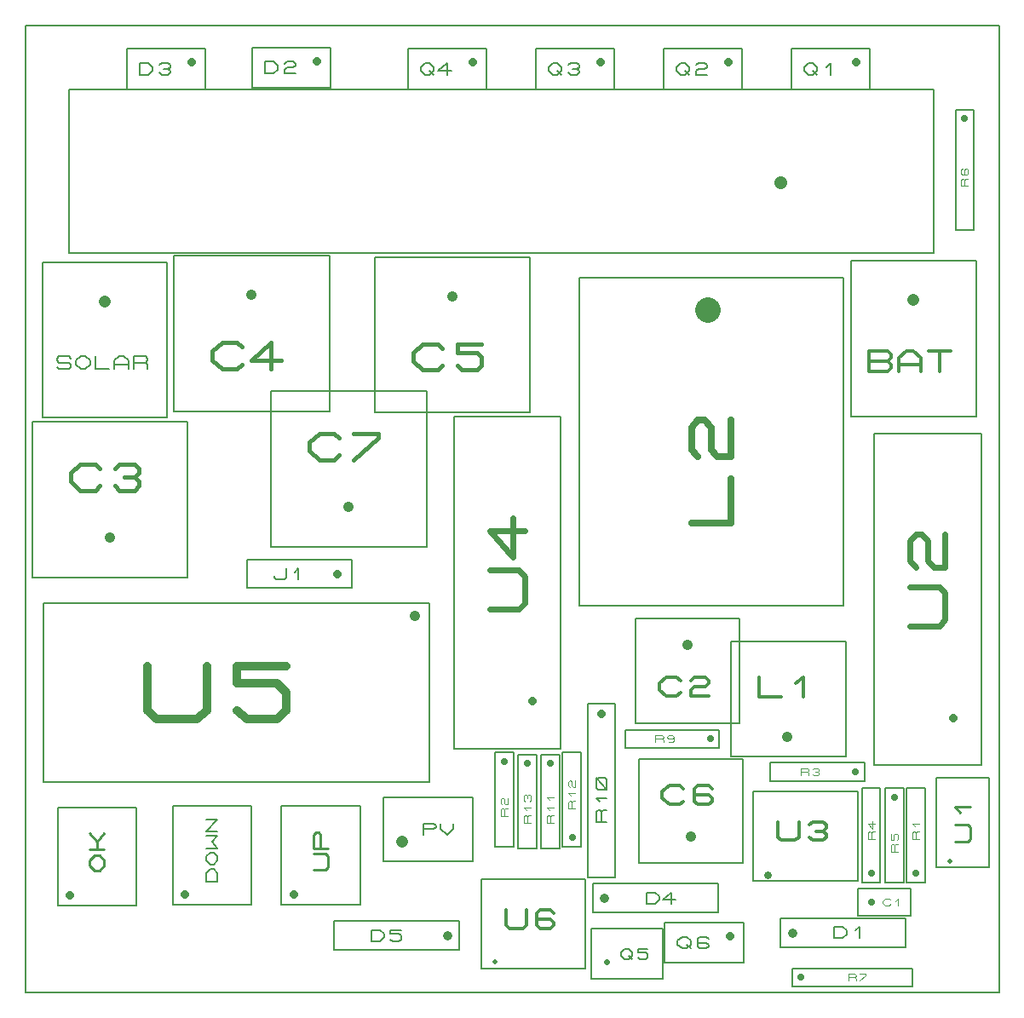
<source format=gbr>
G04 PROTEUS GERBER X2 FILE*
%TF.GenerationSoftware,Labcenter,Proteus,8.13-SP0-Build31525*%
%TF.CreationDate,2023-02-16T13:29:28+00:00*%
%TF.FileFunction,AssemblyDrawing,Top*%
%TF.FilePolarity,Positive*%
%TF.Part,Single*%
%TF.SameCoordinates,{1a083b5a-91e7-4c28-9893-6f2ba5a781e2}*%
%FSLAX45Y45*%
%MOMM*%
G01*
%TA.AperFunction,Material*%
%ADD72C,0.203200*%
%ADD43C,0.812800*%
%ADD44C,0.194730*%
%ADD45C,1.219200*%
%ADD46C,0.331210*%
%ADD47C,0.762000*%
%ADD48C,0.304120*%
%ADD49C,1.016000*%
%ADD50C,0.323080*%
%ADD51C,2.540000*%
%ADD52C,0.648540*%
%ADD53C,0.211610*%
%ADD54C,0.431460*%
%ADD55C,1.300480*%
%TA.AperFunction,Profile*%
%ADD28C,0.203200*%
%TA.AperFunction,Material*%
%ADD56C,0.914400*%
%ADD57C,0.186690*%
%ADD58C,0.711200*%
%ADD59C,0.111760*%
%ADD60C,0.113560*%
%ADD61C,0.579620*%
%ADD62C,0.880460*%
%ADD63C,0.191340*%
%ADD64C,0.110230*%
%ADD65C,0.508000*%
%ADD66C,0.259920*%
%ADD67C,0.312920*%
%ADD68C,0.237910*%
%ADD69C,0.182660*%
%ADD74C,0.177800*%
%ADD75C,0.302420*%
%ADD76C,0.609600*%
%ADD77C,0.168480*%
%TD.AperFunction*%
D72*
X+2783840Y+4180840D02*
X+3566160Y+4180840D01*
X+3566160Y+4582160D01*
X+2783840Y+4582160D01*
X+2783840Y+4180840D01*
D43*
X+3429000Y+4445000D02*
X+3429000Y+4445000D01*
D44*
X+2910841Y+4400973D02*
X+2954655Y+4439920D01*
X+2998470Y+4439920D01*
X+3042285Y+4400973D01*
X+3042285Y+4362027D01*
X+2998470Y+4323080D01*
X+2954655Y+4323080D01*
X+2910841Y+4362027D01*
X+2910841Y+4400973D01*
X+2998470Y+4362027D02*
X+3042285Y+4323080D01*
X+3129914Y+4400973D02*
X+3173729Y+4439920D01*
X+3173729Y+4323080D01*
D72*
X+1513840Y+4180840D02*
X+2296160Y+4180840D01*
X+2296160Y+4582160D01*
X+1513840Y+4582160D01*
X+1513840Y+4180840D01*
D43*
X+2159000Y+4445000D02*
X+2159000Y+4445000D01*
D44*
X+1640841Y+4400973D02*
X+1684655Y+4439920D01*
X+1728470Y+4439920D01*
X+1772285Y+4400973D01*
X+1772285Y+4362027D01*
X+1728470Y+4323080D01*
X+1684655Y+4323080D01*
X+1640841Y+4362027D01*
X+1640841Y+4400973D01*
X+1728470Y+4362027D02*
X+1772285Y+4323080D01*
X+1838007Y+4420447D02*
X+1859914Y+4439920D01*
X+1925636Y+4439920D01*
X+1947544Y+4420447D01*
X+1947544Y+4400973D01*
X+1925636Y+4381500D01*
X+1859914Y+4381500D01*
X+1838007Y+4362027D01*
X+1838007Y+4323080D01*
X+1947544Y+4323080D01*
D72*
X+243840Y+4180840D02*
X+1026160Y+4180840D01*
X+1026160Y+4582160D01*
X+243840Y+4582160D01*
X+243840Y+4180840D01*
D43*
X+889000Y+4445000D02*
X+889000Y+4445000D01*
D44*
X+370841Y+4400973D02*
X+414655Y+4439920D01*
X+458470Y+4439920D01*
X+502285Y+4400973D01*
X+502285Y+4362027D01*
X+458470Y+4323080D01*
X+414655Y+4323080D01*
X+370841Y+4362027D01*
X+370841Y+4400973D01*
X+458470Y+4362027D02*
X+502285Y+4323080D01*
X+568007Y+4420447D02*
X+589914Y+4439920D01*
X+655636Y+4439920D01*
X+677544Y+4420447D01*
X+677544Y+4400973D01*
X+655636Y+4381500D01*
X+677544Y+4362027D01*
X+677544Y+4342553D01*
X+655636Y+4323080D01*
X+589914Y+4323080D01*
X+568007Y+4342553D01*
X+611822Y+4381500D02*
X+655636Y+4381500D01*
D72*
X-1026160Y+4180840D02*
X-243840Y+4180840D01*
X-243840Y+4582160D01*
X-1026160Y+4582160D01*
X-1026160Y+4180840D01*
D43*
X-381000Y+4445000D02*
X-381000Y+4445000D01*
D44*
X-899159Y+4400973D02*
X-855345Y+4439920D01*
X-811530Y+4439920D01*
X-767715Y+4400973D01*
X-767715Y+4362027D01*
X-811530Y+4323080D01*
X-855345Y+4323080D01*
X-899159Y+4362027D01*
X-899159Y+4400973D01*
X-811530Y+4362027D02*
X-767715Y+4323080D01*
X-592456Y+4362027D02*
X-723900Y+4362027D01*
X-636271Y+4439920D01*
X-636271Y+4323080D01*
D72*
X-2575560Y+4193540D02*
X-1793240Y+4193540D01*
X-1793240Y+4594860D01*
X-2575560Y+4594860D01*
X-2575560Y+4193540D01*
D43*
X-1930400Y+4457700D02*
X-1930400Y+4457700D01*
D44*
X-2448559Y+4335780D02*
X-2448559Y+4452620D01*
X-2360930Y+4452620D01*
X-2317115Y+4413673D01*
X-2317115Y+4374727D01*
X-2360930Y+4335780D01*
X-2448559Y+4335780D01*
X-2251393Y+4433147D02*
X-2229486Y+4452620D01*
X-2163764Y+4452620D01*
X-2141856Y+4433147D01*
X-2141856Y+4413673D01*
X-2163764Y+4394200D01*
X-2229486Y+4394200D01*
X-2251393Y+4374727D01*
X-2251393Y+4335780D01*
X-2141856Y+4335780D01*
D72*
X-3820160Y+4180840D02*
X-3037840Y+4180840D01*
X-3037840Y+4582160D01*
X-3820160Y+4582160D01*
X-3820160Y+4180840D01*
D43*
X-3175000Y+4445000D02*
X-3175000Y+4445000D01*
D44*
X-3693159Y+4323080D02*
X-3693159Y+4439920D01*
X-3605530Y+4439920D01*
X-3561715Y+4400973D01*
X-3561715Y+4362027D01*
X-3605530Y+4323080D01*
X-3693159Y+4323080D01*
X-3495993Y+4420447D02*
X-3474086Y+4439920D01*
X-3408364Y+4439920D01*
X-3386456Y+4420447D01*
X-3386456Y+4400973D01*
X-3408364Y+4381500D01*
X-3386456Y+4362027D01*
X-3386456Y+4342553D01*
X-3408364Y+4323080D01*
X-3474086Y+4323080D01*
X-3495993Y+4342553D01*
X-3452178Y+4381500D02*
X-3408364Y+4381500D01*
D72*
X+3380740Y+929640D02*
X+4620260Y+929640D01*
X+4620260Y+2473960D01*
X+3380740Y+2473960D01*
X+3380740Y+929640D01*
D45*
X+4000500Y+2082800D02*
X+4000500Y+2082800D01*
D46*
X+3553359Y+1376375D02*
X+3553359Y+1575104D01*
X+3739667Y+1575104D01*
X+3776929Y+1541983D01*
X+3776929Y+1508861D01*
X+3739667Y+1475740D01*
X+3776929Y+1442618D01*
X+3776929Y+1409496D01*
X+3739667Y+1376375D01*
X+3553359Y+1376375D01*
X+3553359Y+1475740D02*
X+3739667Y+1475740D01*
X+3851453Y+1376375D02*
X+3851453Y+1508861D01*
X+3925976Y+1575104D01*
X+4000500Y+1575104D01*
X+4075023Y+1508861D01*
X+4075023Y+1376375D01*
X+3851453Y+1442618D02*
X+4075023Y+1442618D01*
X+4149547Y+1575104D02*
X+4373117Y+1575104D01*
X+4261332Y+1575104D02*
X+4261332Y+1376375D01*
D72*
X+2409191Y-3689349D02*
X+3445511Y-3689349D01*
X+3445511Y-2800349D01*
X+2409191Y-2800349D01*
X+2409191Y-3689349D01*
D47*
X+2546351Y-3625849D02*
X+2546351Y-3625849D01*
D48*
X+2653642Y-3102813D02*
X+2653642Y-3254874D01*
X+2687855Y-3285286D01*
X+2824710Y-3285286D01*
X+2858923Y-3254874D01*
X+2858923Y-3102813D01*
X+2961564Y-3133225D02*
X+2995778Y-3102813D01*
X+3098419Y-3102813D01*
X+3132632Y-3133225D01*
X+3132632Y-3163637D01*
X+3098419Y-3194049D01*
X+3132632Y-3224462D01*
X+3132632Y-3254874D01*
X+3098419Y-3285286D01*
X+2995778Y-3285286D01*
X+2961564Y-3254874D01*
X+3029991Y-3194049D02*
X+3098419Y-3194049D01*
D72*
X+2186940Y-2448560D02*
X+3324860Y-2448560D01*
X+3324860Y-1310640D01*
X+2186940Y-1310640D01*
X+2186940Y-2448560D01*
D49*
X+2743200Y-2260600D02*
X+2743200Y-2260600D01*
D50*
X+2465121Y-1663294D02*
X+2465121Y-1857147D01*
X+2683205Y-1857147D01*
X+2828594Y-1727912D02*
X+2901289Y-1663294D01*
X+2901289Y-1857147D01*
D72*
X+675640Y-949960D02*
X+3299460Y-949960D01*
X+3299460Y+2308860D01*
X+675640Y+2308860D01*
X+675640Y-949960D01*
D51*
X+1955800Y+1981200D02*
X+1955800Y+1981200D01*
D52*
X+1792987Y-131571D02*
X+2182114Y-131571D01*
X+2182114Y+306197D01*
X+1857841Y+525081D02*
X+1792987Y+598042D01*
X+1792987Y+816926D01*
X+1857841Y+889888D01*
X+1922696Y+889888D01*
X+1987550Y+816926D01*
X+1987550Y+598042D01*
X+2052405Y+525081D01*
X+2182114Y+525081D01*
X+2182114Y+889888D01*
D72*
X-4658360Y+916940D02*
X-3418840Y+916940D01*
X-3418840Y+2461260D01*
X-4658360Y+2461260D01*
X-4658360Y+916940D01*
D45*
X-4038600Y+2070100D02*
X-4038600Y+2070100D01*
D53*
X-4514740Y+1420716D02*
X-4490933Y+1399554D01*
X-4395705Y+1399554D01*
X-4371898Y+1420716D01*
X-4371898Y+1441878D01*
X-4395705Y+1463040D01*
X-4490933Y+1463040D01*
X-4514740Y+1484201D01*
X-4514740Y+1505363D01*
X-4490933Y+1526525D01*
X-4395705Y+1526525D01*
X-4371898Y+1505363D01*
X-4324284Y+1484201D02*
X-4276670Y+1526525D01*
X-4229056Y+1526525D01*
X-4181442Y+1484201D01*
X-4181442Y+1441878D01*
X-4229056Y+1399554D01*
X-4276670Y+1399554D01*
X-4324284Y+1441878D01*
X-4324284Y+1484201D01*
X-4133828Y+1526525D02*
X-4133828Y+1399554D01*
X-3990986Y+1399554D01*
X-3943372Y+1399554D02*
X-3943372Y+1484201D01*
X-3895758Y+1526525D01*
X-3848144Y+1526525D01*
X-3800530Y+1484201D01*
X-3800530Y+1399554D01*
X-3943372Y+1441878D02*
X-3800530Y+1441878D01*
X-3752916Y+1399554D02*
X-3752916Y+1526525D01*
X-3633881Y+1526525D01*
X-3610074Y+1505363D01*
X-3610074Y+1484201D01*
X-3633881Y+1463040D01*
X-3752916Y+1463040D01*
X-3633881Y+1463040D02*
X-3610074Y+1441878D01*
X-3610074Y+1399554D01*
D72*
X-4759960Y-670560D02*
X-3215640Y-670560D01*
X-3215640Y+873760D01*
X-4759960Y+873760D01*
X-4759960Y-670560D01*
D49*
X-3987800Y-279400D02*
X-3987800Y-279400D01*
D54*
X-4084879Y+236288D02*
X-4133418Y+193142D01*
X-4279036Y+193142D01*
X-4376114Y+279434D01*
X-4376114Y+365726D01*
X-4279036Y+452018D01*
X-4133418Y+452018D01*
X-4084879Y+408872D01*
X-3939261Y+408872D02*
X-3890722Y+452018D01*
X-3745104Y+452018D01*
X-3696565Y+408872D01*
X-3696565Y+365726D01*
X-3745104Y+322580D01*
X-3696565Y+279434D01*
X-3696565Y+236288D01*
X-3745104Y+193142D01*
X-3890722Y+193142D01*
X-3939261Y+236288D01*
X-3842183Y+322580D02*
X-3745104Y+322580D01*
D72*
X-4391660Y+2555240D02*
X+4201160Y+2555240D01*
X+4201160Y+4175760D01*
X-4391660Y+4175760D01*
X-4391660Y+2555240D01*
D55*
X+2679700Y+3251200D02*
X+2679700Y+3251200D01*
D28*
X-4826000Y-4800600D02*
X+4851400Y-4800600D01*
X+4851400Y+4813300D01*
X-4826000Y+4813300D01*
X-4826000Y-4800600D01*
D72*
X+2679700Y-4345940D02*
X+3924300Y-4345940D01*
X+3924300Y-4058920D01*
X+2679700Y-4058920D01*
X+2679700Y-4345940D01*
D56*
X+2794000Y-4203700D02*
X+2794000Y-4203700D01*
D57*
X+3213989Y-4258437D02*
X+3213989Y-4146423D01*
X+3297999Y-4146423D01*
X+3340004Y-4183761D01*
X+3340004Y-4221099D01*
X+3297999Y-4258437D01*
X+3213989Y-4258437D01*
X+3424015Y-4183761D02*
X+3466020Y-4146423D01*
X+3466020Y-4258437D01*
D72*
X+3444240Y-4036060D02*
X+3972560Y-4036060D01*
X+3972560Y-3761740D01*
X+3444240Y-3761740D01*
X+3444240Y-4036060D01*
D58*
X+3581400Y-3898900D02*
X+3581400Y-3898900D01*
D59*
X+3769614Y-3921252D02*
X+3757041Y-3932428D01*
X+3719322Y-3932428D01*
X+3694176Y-3910076D01*
X+3694176Y-3887724D01*
X+3719322Y-3865372D01*
X+3757041Y-3865372D01*
X+3769614Y-3876548D01*
X+3819906Y-3887724D02*
X+3845052Y-3865372D01*
X+3845052Y-3932428D01*
D72*
X+3721100Y-3702400D02*
X+3903660Y-3702400D01*
X+3903660Y-2768600D01*
X+3721100Y-2768600D01*
X+3721100Y-3702400D01*
D58*
X+3810000Y-2857500D02*
X+3810000Y-2857500D01*
D60*
X+3846451Y-3399941D02*
X+3778310Y-3399941D01*
X+3778310Y-3336060D01*
X+3789667Y-3323283D01*
X+3801024Y-3323283D01*
X+3812380Y-3336060D01*
X+3812380Y-3399941D01*
X+3812380Y-3336060D02*
X+3823737Y-3323283D01*
X+3846451Y-3323283D01*
X+3778310Y-3221072D02*
X+3778310Y-3284954D01*
X+3801024Y-3284954D01*
X+3801024Y-3233849D01*
X+3812380Y-3221072D01*
X+3835094Y-3221072D01*
X+3846451Y-3233849D01*
X+3846451Y-3272178D01*
X+3835094Y-3284954D01*
D72*
X+2578100Y-2697160D02*
X+3511900Y-2697160D01*
X+3511900Y-2514600D01*
X+2578100Y-2514600D01*
X+2578100Y-2697160D01*
D58*
X+3423000Y-2603500D02*
X+3423000Y-2603500D01*
D60*
X+2880559Y-2639951D02*
X+2880559Y-2571810D01*
X+2944440Y-2571810D01*
X+2957217Y-2583167D01*
X+2957217Y-2594524D01*
X+2944440Y-2605880D01*
X+2880559Y-2605880D01*
X+2944440Y-2605880D02*
X+2957217Y-2617237D01*
X+2957217Y-2639951D01*
X+2995546Y-2583167D02*
X+3008322Y-2571810D01*
X+3046651Y-2571810D01*
X+3059428Y-2583167D01*
X+3059428Y-2594524D01*
X+3046651Y-2605880D01*
X+3059428Y-2617237D01*
X+3059428Y-2628594D01*
X+3046651Y-2639951D01*
X+3008322Y-2639951D01*
X+2995546Y-2628594D01*
X+3021099Y-2605880D02*
X+3046651Y-2605880D01*
D72*
X+3487740Y-3702400D02*
X+3670300Y-3702400D01*
X+3670300Y-2768600D01*
X+3487740Y-2768600D01*
X+3487740Y-3702400D01*
D58*
X+3581400Y-3613500D02*
X+3581400Y-3613500D01*
D60*
X+3613091Y-3275481D02*
X+3544950Y-3275481D01*
X+3544950Y-3211600D01*
X+3556307Y-3198823D01*
X+3567664Y-3198823D01*
X+3579020Y-3211600D01*
X+3579020Y-3275481D01*
X+3579020Y-3211600D02*
X+3590377Y-3198823D01*
X+3613091Y-3198823D01*
X+3590377Y-3096612D02*
X+3590377Y-3173270D01*
X+3544950Y-3122165D01*
X+3613091Y-3122165D01*
D72*
X+3609340Y-2537460D02*
X+4671060Y-2537460D01*
X+4671060Y+759460D01*
X+3609340Y+759460D01*
X+3609340Y-2537460D01*
D43*
X+4394200Y-2070100D02*
X+4394200Y-2070100D01*
D61*
X+3966312Y-1156665D02*
X+4256126Y-1156665D01*
X+4314089Y-1091457D01*
X+4314089Y-830625D01*
X+4256126Y-765417D01*
X+3966312Y-765417D01*
X+4024275Y-569792D02*
X+3966312Y-504584D01*
X+3966312Y-308960D01*
X+4024275Y-243752D01*
X+4082238Y-243752D01*
X+4140200Y-308960D01*
X+4140200Y-504584D01*
X+4198163Y-569792D01*
X+4314089Y-569792D01*
X+4314089Y-243752D01*
D72*
X-568960Y-2372360D02*
X+492760Y-2372360D01*
X+492760Y+924560D01*
X-568960Y+924560D01*
X-568960Y-2372360D01*
D43*
X+215900Y-1905000D02*
X+215900Y-1905000D01*
D61*
X-211988Y-991565D02*
X+77826Y-991565D01*
X+135789Y-926357D01*
X+135789Y-665525D01*
X+77826Y-600317D01*
X-211988Y-600317D01*
X+19863Y-78652D02*
X+19863Y-469900D01*
X-211988Y-209068D01*
X+135789Y-209068D01*
D72*
X-3350260Y+980440D02*
X-1805940Y+980440D01*
X-1805940Y+2524760D01*
X-3350260Y+2524760D01*
X-3350260Y+980440D01*
D49*
X-2578100Y+2133600D02*
X-2578100Y+2133600D01*
D54*
X-2675179Y+1445328D02*
X-2723718Y+1402182D01*
X-2869336Y+1402182D01*
X-2966414Y+1488474D01*
X-2966414Y+1574766D01*
X-2869336Y+1661058D01*
X-2723718Y+1661058D01*
X-2675179Y+1617912D01*
X-2286865Y+1488474D02*
X-2578100Y+1488474D01*
X-2383943Y+1661058D01*
X-2383943Y+1402182D01*
D72*
X-1356360Y+967740D02*
X+187960Y+967740D01*
X+187960Y+2512060D01*
X-1356360Y+2512060D01*
X-1356360Y+967740D01*
D49*
X-584200Y+2120900D02*
X-584200Y+2120900D01*
D54*
X-681279Y+1432628D02*
X-729818Y+1389482D01*
X-875436Y+1389482D01*
X-972514Y+1475774D01*
X-972514Y+1562066D01*
X-875436Y+1648358D01*
X-729818Y+1648358D01*
X-681279Y+1605212D01*
X-292965Y+1648358D02*
X-535661Y+1648358D01*
X-535661Y+1562066D01*
X-341504Y+1562066D01*
X-292965Y+1518920D01*
X-292965Y+1432628D01*
X-341504Y+1389482D01*
X-487122Y+1389482D01*
X-535661Y+1432628D01*
D72*
X-2385060Y-365760D02*
X-840740Y-365760D01*
X-840740Y+1178560D01*
X-2385060Y+1178560D01*
X-2385060Y-365760D01*
D49*
X-1612900Y+25400D02*
X-1612900Y+25400D01*
D54*
X-1709979Y+541088D02*
X-1758518Y+497942D01*
X-1904136Y+497942D01*
X-2001214Y+584234D01*
X-2001214Y+670526D01*
X-1904136Y+756818D01*
X-1758518Y+756818D01*
X-1709979Y+713672D01*
X-1564361Y+756818D02*
X-1321665Y+756818D01*
X-1321665Y+713672D01*
X-1564361Y+497942D01*
D72*
X-4645660Y-2705100D02*
X-815340Y-2705100D01*
X-815340Y-927100D01*
X-4645660Y-927100D01*
X-4645660Y-2705100D01*
D49*
X-952500Y-1054100D02*
X-952500Y-1054100D01*
D62*
X-3616898Y-1551960D02*
X-3616898Y-1992193D01*
X-3517846Y-2080239D01*
X-3121637Y-2080239D01*
X-3022585Y-1992193D01*
X-3022585Y-1551960D01*
X-2230167Y-1551960D02*
X-2725428Y-1551960D01*
X-2725428Y-1728053D01*
X-2329219Y-1728053D01*
X-2230167Y-1816100D01*
X-2230167Y-1992193D01*
X-2329219Y-2080239D01*
X-2626376Y-2080239D01*
X-2725428Y-1992193D01*
D72*
X-1267460Y-3489960D02*
X-383540Y-3489960D01*
X-383540Y-2860040D01*
X-1267460Y-2860040D01*
X-1267460Y-3489960D01*
D45*
X-1079500Y-3302000D02*
X-1079500Y-3302000D01*
D63*
X-873251Y-3232404D02*
X-873251Y-3117597D01*
X-765620Y-3117597D01*
X-744093Y-3136731D01*
X-744093Y-3155866D01*
X-765620Y-3175000D01*
X-873251Y-3175000D01*
X-701040Y-3117597D02*
X-701040Y-3175000D01*
X-636461Y-3232404D01*
X-571882Y-3175000D01*
X-571882Y-3117597D01*
D72*
X+3932240Y-3702400D02*
X+4114800Y-3702400D01*
X+4114800Y-2768600D01*
X+3932240Y-2768600D01*
X+3932240Y-3702400D01*
D58*
X+4025900Y-3613500D02*
X+4025900Y-3613500D01*
D60*
X+4057591Y-3275481D02*
X+3989450Y-3275481D01*
X+3989450Y-3211600D01*
X+4000807Y-3198823D01*
X+4012164Y-3198823D01*
X+4023520Y-3211600D01*
X+4023520Y-3275481D01*
X+4023520Y-3211600D02*
X+4034877Y-3198823D01*
X+4057591Y-3198823D01*
X+4012164Y-3147718D02*
X+3989450Y-3122165D01*
X+4057591Y-3122165D01*
D72*
X-157480Y-3346800D02*
X+25080Y-3346800D01*
X+25080Y-2413000D01*
X-157480Y-2413000D01*
X-157480Y-3346800D01*
D58*
X-68580Y-2501900D02*
X-68580Y-2501900D01*
D60*
X-32129Y-3044341D02*
X-100270Y-3044341D01*
X-100270Y-2980460D01*
X-88913Y-2967683D01*
X-77556Y-2967683D01*
X-66200Y-2980460D01*
X-66200Y-3044341D01*
X-66200Y-2980460D02*
X-54843Y-2967683D01*
X-32129Y-2967683D01*
X-88913Y-2929354D02*
X-100270Y-2916578D01*
X-100270Y-2878249D01*
X-88913Y-2865472D01*
X-77556Y-2865472D01*
X-66200Y-2878249D01*
X-66200Y-2916578D01*
X-54843Y-2929354D01*
X-32129Y-2929354D01*
X-32129Y-2865472D01*
D72*
X+4419600Y+2781300D02*
X+4597400Y+2781300D01*
X+4597400Y+3975100D01*
X+4419600Y+3975100D01*
X+4419600Y+2781300D01*
D58*
X+4508500Y+3886200D02*
X+4508500Y+3886200D01*
D64*
X+4541571Y+3216758D02*
X+4475430Y+3216758D01*
X+4475430Y+3278765D01*
X+4486453Y+3291167D01*
X+4497477Y+3291167D01*
X+4508500Y+3278765D01*
X+4508500Y+3216758D01*
X+4508500Y+3278765D02*
X+4519524Y+3291167D01*
X+4541571Y+3291167D01*
X+4486453Y+3390379D02*
X+4475430Y+3377977D01*
X+4475430Y+3340773D01*
X+4486453Y+3328371D01*
X+4530548Y+3328371D01*
X+4541571Y+3340773D01*
X+4541571Y+3377977D01*
X+4530548Y+3390379D01*
X+4519524Y+3390379D01*
X+4508500Y+3377977D01*
X+4508500Y+3328371D01*
D72*
X+2794000Y-4737100D02*
X+3987800Y-4737100D01*
X+3987800Y-4559300D01*
X+2794000Y-4559300D01*
X+2794000Y-4737100D01*
D58*
X+2882900Y-4648200D02*
X+2882900Y-4648200D01*
D64*
X+3353918Y-4681271D02*
X+3353918Y-4615130D01*
X+3415925Y-4615130D01*
X+3428327Y-4626153D01*
X+3428327Y-4637177D01*
X+3415925Y-4648200D01*
X+3353918Y-4648200D01*
X+3415925Y-4648200D02*
X+3428327Y-4659224D01*
X+3428327Y-4681271D01*
X+3465531Y-4615130D02*
X+3527539Y-4615130D01*
X+3527539Y-4626153D01*
X+3465531Y-4681271D01*
D72*
X+1133760Y-2369500D02*
X+2067560Y-2369500D01*
X+2067560Y-2186940D01*
X+1133760Y-2186940D01*
X+1133760Y-2369500D01*
D58*
X+1978660Y-2275840D02*
X+1978660Y-2275840D01*
D60*
X+1436219Y-2312291D02*
X+1436219Y-2244150D01*
X+1500100Y-2244150D01*
X+1512877Y-2255507D01*
X+1512877Y-2266864D01*
X+1500100Y-2278220D01*
X+1436219Y-2278220D01*
X+1500100Y-2278220D02*
X+1512877Y-2289577D01*
X+1512877Y-2312291D01*
X+1615088Y-2266864D02*
X+1602311Y-2278220D01*
X+1563982Y-2278220D01*
X+1551206Y-2266864D01*
X+1551206Y-2255507D01*
X+1563982Y-2244150D01*
X+1602311Y-2244150D01*
X+1615088Y-2255507D01*
X+1615088Y-2300934D01*
X+1602311Y-2312291D01*
X+1563982Y-2312291D01*
D72*
X+71120Y-3365500D02*
X+253680Y-3365500D01*
X+253680Y-2431700D01*
X+71120Y-2431700D01*
X+71120Y-3365500D01*
D58*
X+160020Y-2520600D02*
X+160020Y-2520600D01*
D60*
X+196471Y-3114146D02*
X+128330Y-3114146D01*
X+128330Y-3050265D01*
X+139687Y-3037488D01*
X+151044Y-3037488D01*
X+162400Y-3050265D01*
X+162400Y-3114146D01*
X+162400Y-3050265D02*
X+173757Y-3037488D01*
X+196471Y-3037488D01*
X+151044Y-2986383D02*
X+128330Y-2960830D01*
X+196471Y-2960830D01*
X+139687Y-2896948D02*
X+128330Y-2884172D01*
X+128330Y-2845843D01*
X+139687Y-2833066D01*
X+151044Y-2833066D01*
X+162400Y-2845843D01*
X+173757Y-2833066D01*
X+185114Y-2833066D01*
X+196471Y-2845843D01*
X+196471Y-2884172D01*
X+185114Y-2896948D01*
X+162400Y-2871395D02*
X+162400Y-2845843D01*
D72*
X+4226754Y-3556001D02*
X+4755074Y-3556001D01*
X+4755074Y-2667001D01*
X+4226754Y-2667001D01*
X+4226754Y-3556001D01*
D65*
X+4363914Y-3492501D02*
X+4363914Y-3492501D01*
D66*
X+4412937Y-3300984D02*
X+4542900Y-3300984D01*
X+4568892Y-3271743D01*
X+4568892Y-3154776D01*
X+4542900Y-3125535D01*
X+4412937Y-3125535D01*
X+4464922Y-3008568D02*
X+4412937Y-2950085D01*
X+4568892Y-2950085D01*
D72*
X+1234440Y-2118360D02*
X+2270760Y-2118360D01*
X+2270760Y-1082040D01*
X+1234440Y-1082040D01*
X+1234440Y-2118360D01*
D49*
X+1752600Y-1346200D02*
X+1752600Y-1346200D01*
D67*
X+1682191Y-1820266D02*
X+1646986Y-1851559D01*
X+1541373Y-1851559D01*
X+1470965Y-1788973D01*
X+1470965Y-1726388D01*
X+1541373Y-1663802D01*
X+1646986Y-1663802D01*
X+1682191Y-1695095D01*
X+1787804Y-1695095D02*
X+1823008Y-1663802D01*
X+1928621Y-1663802D01*
X+1963826Y-1695095D01*
X+1963826Y-1726388D01*
X+1928621Y-1757680D01*
X+1823008Y-1757680D01*
X+1787804Y-1788973D01*
X+1787804Y-1851559D01*
X+1963826Y-1851559D01*
D72*
X-4505960Y-3937000D02*
X-3723640Y-3937000D01*
X-3723640Y-2959100D01*
X-4505960Y-2959100D01*
X-4505960Y-3937000D01*
D43*
X-4381500Y-3835400D02*
X-4381500Y-3835400D01*
D68*
X-4138591Y-3591051D02*
X-4186174Y-3537521D01*
X-4186174Y-3483991D01*
X-4138591Y-3430461D01*
X-4091009Y-3430461D01*
X-4043426Y-3483991D01*
X-4043426Y-3537521D01*
X-4091009Y-3591051D01*
X-4138591Y-3591051D01*
X-4186174Y-3376930D02*
X-4043426Y-3376930D01*
X-4186174Y-3216340D02*
X-4114800Y-3296635D01*
X-4043426Y-3216340D01*
X-4114800Y-3376930D02*
X-4114800Y-3296635D01*
D72*
X-3362960Y-3924300D02*
X-2580640Y-3924300D01*
X-2580640Y-2946400D01*
X-3362960Y-2946400D01*
X-3362960Y-3924300D01*
D43*
X-3238500Y-3822700D02*
X-3238500Y-3822700D01*
D69*
X-2916999Y-3693032D02*
X-3026600Y-3693032D01*
X-3026600Y-3610832D01*
X-2990066Y-3569732D01*
X-2953533Y-3569732D01*
X-2916999Y-3610832D01*
X-2916999Y-3693032D01*
X-2990066Y-3528631D02*
X-3026600Y-3487531D01*
X-3026600Y-3446431D01*
X-2990066Y-3405331D01*
X-2953533Y-3405331D01*
X-2916999Y-3446431D01*
X-2916999Y-3487531D01*
X-2953533Y-3528631D01*
X-2990066Y-3528631D01*
X-3026600Y-3364230D02*
X-2916999Y-3364230D01*
X-2971800Y-3302580D01*
X-2916999Y-3240930D01*
X-3026600Y-3240930D01*
X-2916999Y-3199829D02*
X-3026600Y-3199829D01*
X-2916999Y-3076529D01*
X-3026600Y-3076529D01*
D72*
X-2283460Y-3924300D02*
X-1501140Y-3924300D01*
X-1501140Y-2946400D01*
X-2283460Y-2946400D01*
X-2283460Y-3924300D01*
D43*
X-2159000Y-3822700D02*
X-2159000Y-3822700D01*
D68*
X-1963674Y-3578351D02*
X-1844717Y-3578351D01*
X-1820926Y-3551586D01*
X-1820926Y-3444526D01*
X-1844717Y-3417761D01*
X-1963674Y-3417761D01*
X-1820926Y-3364230D02*
X-1963674Y-3364230D01*
X-1963674Y-3230405D01*
X-1939883Y-3203640D01*
X-1916091Y-3203640D01*
X-1892300Y-3230405D01*
X-1892300Y-3364230D01*
D72*
X+1267460Y-3510280D02*
X+2303780Y-3510280D01*
X+2303780Y-2473960D01*
X+1267460Y-2473960D01*
X+1267460Y-3510280D01*
D49*
X+1785620Y-3246120D02*
X+1785620Y-3246120D01*
D67*
X+1715211Y-2897226D02*
X+1680006Y-2928519D01*
X+1574393Y-2928519D01*
X+1503985Y-2865933D01*
X+1503985Y-2803348D01*
X+1574393Y-2740762D01*
X+1680006Y-2740762D01*
X+1715211Y-2772055D01*
X+1996846Y-2772055D02*
X+1961641Y-2740762D01*
X+1856028Y-2740762D01*
X+1820824Y-2772055D01*
X+1820824Y-2897226D01*
X+1856028Y-2928519D01*
X+1961641Y-2928519D01*
X+1996846Y-2897226D01*
X+1996846Y-2865933D01*
X+1961641Y-2834640D01*
X+1820824Y-2834640D01*
D72*
X+810260Y-4003040D02*
X+2054860Y-4003040D01*
X+2054860Y-3716020D01*
X+810260Y-3716020D01*
X+810260Y-4003040D01*
D56*
X+924560Y-3860800D02*
X+924560Y-3860800D01*
D57*
X+1344549Y-3915537D02*
X+1344549Y-3803523D01*
X+1428559Y-3803523D01*
X+1470564Y-3840861D01*
X+1470564Y-3878199D01*
X+1428559Y-3915537D01*
X+1344549Y-3915537D01*
X+1638585Y-3878199D02*
X+1512570Y-3878199D01*
X+1596580Y-3803523D01*
X+1596580Y-3915537D01*
D72*
X-1760220Y-4376420D02*
X-515620Y-4376420D01*
X-515620Y-4089400D01*
X-1760220Y-4089400D01*
X-1760220Y-4376420D01*
D56*
X-629920Y-4231640D02*
X-629920Y-4231640D01*
D57*
X-1385951Y-4288917D02*
X-1385951Y-4176903D01*
X-1301941Y-4176903D01*
X-1259936Y-4214241D01*
X-1259936Y-4251579D01*
X-1301941Y-4288917D01*
X-1385951Y-4288917D01*
X-1091915Y-4176903D02*
X-1196928Y-4176903D01*
X-1196928Y-4214241D01*
X-1112917Y-4214241D01*
X-1091915Y-4232910D01*
X-1091915Y-4270248D01*
X-1112917Y-4288917D01*
X-1175925Y-4288917D01*
X-1196928Y-4270248D01*
D72*
X-2621280Y-774700D02*
X-1584960Y-774700D01*
X-1584960Y-500380D01*
X-2621280Y-500380D01*
X-2621280Y-774700D01*
D43*
X-1722120Y-637540D02*
X-1722120Y-637540D01*
D74*
X-2352040Y-655320D02*
X-2352040Y-673100D01*
X-2332038Y-690880D01*
X-2252028Y-690880D01*
X-2232025Y-673100D01*
X-2232025Y-584200D01*
X-2152015Y-619760D02*
X-2112010Y-584200D01*
X-2112010Y-690880D01*
D72*
X+299720Y-3365500D02*
X+482280Y-3365500D01*
X+482280Y-2431700D01*
X+299720Y-2431700D01*
X+299720Y-3365500D01*
D58*
X+388620Y-2520600D02*
X+388620Y-2520600D01*
D60*
X+425071Y-3114146D02*
X+356930Y-3114146D01*
X+356930Y-3050265D01*
X+368287Y-3037488D01*
X+379644Y-3037488D01*
X+391000Y-3050265D01*
X+391000Y-3114146D01*
X+391000Y-3050265D02*
X+402357Y-3037488D01*
X+425071Y-3037488D01*
X+379644Y-2986383D02*
X+356930Y-2960830D01*
X+425071Y-2960830D01*
X+379644Y-2884172D02*
X+356930Y-2858619D01*
X+425071Y-2858619D01*
D72*
X+513413Y-3346801D02*
X+695973Y-3346801D01*
X+695973Y-2413001D01*
X+513413Y-2413001D01*
X+513413Y-3346801D01*
D58*
X+607073Y-3257901D02*
X+607073Y-3257901D01*
D60*
X+638764Y-2970987D02*
X+570623Y-2970987D01*
X+570623Y-2907106D01*
X+581980Y-2894329D01*
X+593337Y-2894329D01*
X+604693Y-2907106D01*
X+604693Y-2970987D01*
X+604693Y-2907106D02*
X+616050Y-2894329D01*
X+638764Y-2894329D01*
X+593337Y-2843224D02*
X+570623Y-2817671D01*
X+638764Y-2817671D01*
X+581980Y-2753789D02*
X+570623Y-2741013D01*
X+570623Y-2702684D01*
X+581980Y-2689907D01*
X+593337Y-2689907D01*
X+604693Y-2702684D01*
X+604693Y-2741013D01*
X+616050Y-2753789D01*
X+638764Y-2753789D01*
X+638764Y-2689907D01*
D72*
X-297180Y-4559300D02*
X+739140Y-4559300D01*
X+739140Y-3670300D01*
X-297180Y-3670300D01*
X-297180Y-4559300D01*
D65*
X-160020Y-4495800D02*
X-160020Y-4495800D01*
D75*
X-51206Y-3979621D02*
X-51206Y-4130836D01*
X-17183Y-4161079D01*
X+118910Y-4161079D01*
X+152933Y-4130836D01*
X+152933Y-3979621D01*
X+425119Y-4009864D02*
X+391096Y-3979621D01*
X+289026Y-3979621D01*
X+255003Y-4009864D01*
X+255003Y-4130836D01*
X+289026Y-4161079D01*
X+391096Y-4161079D01*
X+425119Y-4130836D01*
X+425119Y-4100593D01*
X+391096Y-4070350D01*
X+255003Y-4070350D01*
D72*
X+800100Y-4665980D02*
X+1506220Y-4665980D01*
X+1506220Y-4163060D01*
X+800100Y-4163060D01*
X+800100Y-4665980D01*
D76*
X+949960Y-4490720D02*
X+949960Y-4490720D01*
D77*
X+1091693Y-4397672D02*
X+1129602Y-4363975D01*
X+1167511Y-4363975D01*
X+1205420Y-4397672D01*
X+1205420Y-4431369D01*
X+1167511Y-4465066D01*
X+1129602Y-4465066D01*
X+1091693Y-4431369D01*
X+1091693Y-4397672D01*
X+1167511Y-4431369D02*
X+1205420Y-4465066D01*
X+1357057Y-4363975D02*
X+1262284Y-4363975D01*
X+1262284Y-4397672D01*
X+1338103Y-4397672D01*
X+1357057Y-4414520D01*
X+1357057Y-4448218D01*
X+1338103Y-4465066D01*
X+1281239Y-4465066D01*
X+1262284Y-4448218D01*
D72*
X+1529080Y-4503420D02*
X+2311400Y-4503420D01*
X+2311400Y-4102100D01*
X+1529080Y-4102100D01*
X+1529080Y-4503420D01*
D43*
X+2174240Y-4239260D02*
X+2174240Y-4239260D01*
D44*
X+1656081Y-4283287D02*
X+1699895Y-4244340D01*
X+1743710Y-4244340D01*
X+1787525Y-4283287D01*
X+1787525Y-4322233D01*
X+1743710Y-4361180D01*
X+1699895Y-4361180D01*
X+1656081Y-4322233D01*
X+1656081Y-4283287D01*
X+1743710Y-4322233D02*
X+1787525Y-4361180D01*
X+1962784Y-4263813D02*
X+1940876Y-4244340D01*
X+1875154Y-4244340D01*
X+1853247Y-4263813D01*
X+1853247Y-4341707D01*
X+1875154Y-4361180D01*
X+1940876Y-4361180D01*
X+1962784Y-4341707D01*
X+1962784Y-4322233D01*
X+1940876Y-4302760D01*
X+1853247Y-4302760D01*
D72*
X+762000Y-3657600D02*
X+1036320Y-3657600D01*
X+1036320Y-1930400D01*
X+762000Y-1930400D01*
X+762000Y-3657600D01*
D43*
X+899160Y-2032000D02*
X+899160Y-2032000D01*
D74*
X+952500Y-3105150D02*
X+845820Y-3105150D01*
X+845820Y-3005138D01*
X+863600Y-2985135D01*
X+881380Y-2985135D01*
X+899160Y-3005138D01*
X+899160Y-3105150D01*
X+899160Y-3005138D02*
X+916940Y-2985135D01*
X+952500Y-2985135D01*
X+881380Y-2905125D02*
X+845820Y-2865120D01*
X+952500Y-2865120D01*
X+934720Y-2785110D02*
X+863600Y-2785110D01*
X+845820Y-2765108D01*
X+845820Y-2685098D01*
X+863600Y-2665095D01*
X+934720Y-2665095D01*
X+952500Y-2685098D01*
X+952500Y-2765108D01*
X+934720Y-2785110D01*
X+952500Y-2785110D02*
X+845820Y-2665095D01*
M02*

</source>
